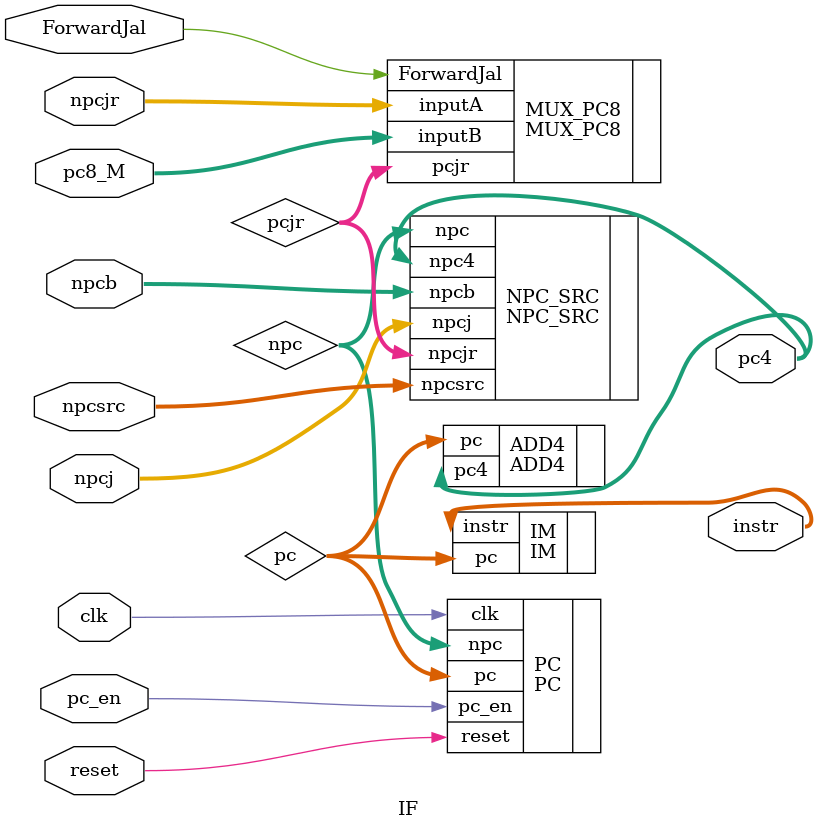
<source format=v>
`timescale 1ns / 1ps
module IF(
	 input clk,
	 input reset,
	 input pc_en,
	 input ForwardJal,
	 input [1:0] npcsrc,
	 input [31:0] npcb,
	 input [31:0] npcj,
	 input [31:0] npcjr,	//¶Á³öµÄRD 
	 input [31:0] pc8_M,	//pc+8
	 output [31:0] instr,
	 output [31:0] pc4
    );
	 
	 wire [31:0] pc;
	 wire [31:0] npc;
	 wire [31:0] pcjr;
	 IM IM(.pc(pc), .instr(instr));
	 PC PC(.clk(clk), .reset(reset), .pc_en(pc_en), .npc(npc), .pc(pc));
	 ADD4 ADD4(.pc(pc), .pc4(pc4));
	 NPC_SRC NPC_SRC(.npcsrc(npcsrc), .npc4(pc4), .npcb(npcb), .npcj(npcj), .npcjr(pcjr), .npc(npc));
	 MUX_PC8 MUX_PC8(.inputA(npcjr), .inputB(pc8_M), .ForwardJal(ForwardJal), .pcjr(pcjr));

endmodule

</source>
